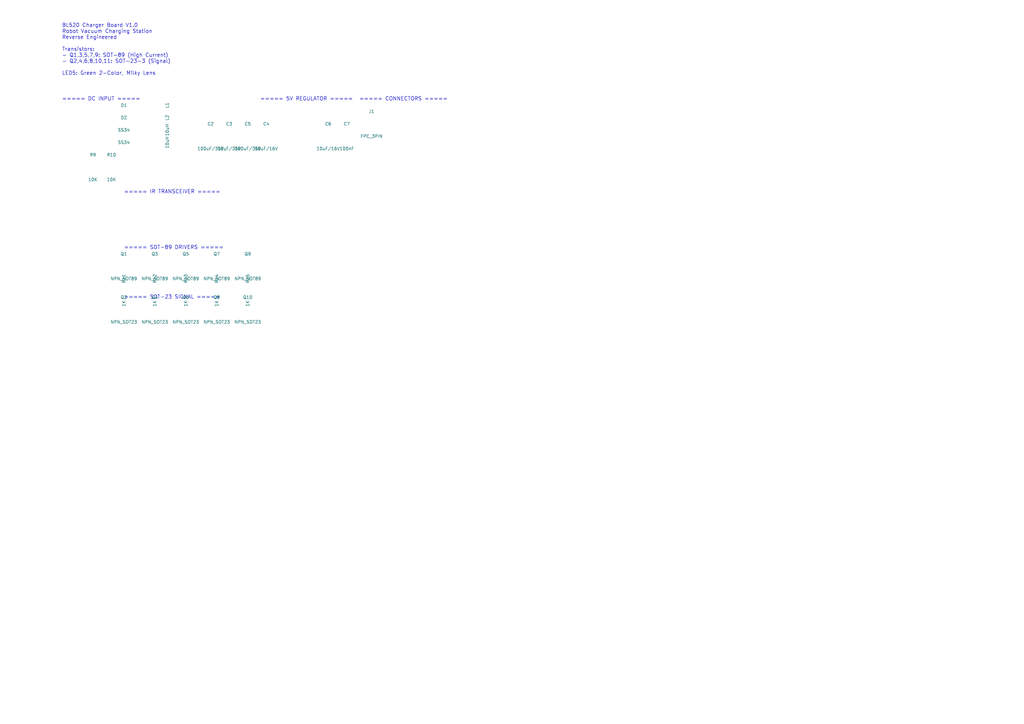
<source format=kicad_sch>
(kicad_sch
	(version 20231120)
	(generator "BL520_kicad_generator.py")
	(generator_version "1.0")
	(uuid "02c44811-ca1c-4ee7-8c9b-9f05f4bdf997")
	(paper "A3")
	(title_block
		(title "BL520 Charger Board V1.0")
		(date "2026-02-03")
		(rev "1.2")
		(company "Robot Vacuum Charging Station")
		(comment 1 "Reverse Engineered Schematic")
		(comment 2 "TR: SOT-89 (High Current) / SOT-23-3 (Signal)")
		(comment 3 "LED5: Green 2-Color Milky")
	)

	(text "BL520 Charger Board V1.0\nRobot Vacuum Charging Station\nReverse Engineered\n\nTransistors:\n- Q1,3,5,7,9: SOT-89 (High Current)\n- Q2,4,6,8,10,11: SOT-23-3 (Signal)\n\nLED5: Green 2-Color, Milky Lens"
		(exclude_from_sim no)
		(at 25.4 20.32 0)
		(effects (font (size 1.524 1.524)) (justify left))
	)

	(text "===== DC INPUT ====="
		(exclude_from_sim no)
		(at 25.4 40.64 0)
		(effects (font (size 1.524 1.524)) (justify left))
	)

	(text "===== 5V REGULATOR ====="
		(exclude_from_sim no)
		(at 106.68 40.64 0)
		(effects (font (size 1.524 1.524)) (justify left))
	)

	(text "===== IR TRANSCEIVER ====="
		(exclude_from_sim no)
		(at 50.8 78.74 0)
		(effects (font (size 1.524 1.524)) (justify left))
	)

	(text "===== SOT-89 DRIVERS ====="
		(exclude_from_sim no)
		(at 50.8 101.6 0)
		(effects (font (size 1.524 1.524)) (justify left))
	)

	(text "===== SOT-23 SIGNAL ====="
		(exclude_from_sim no)
		(at 50.8 121.92 0)
		(effects (font (size 1.524 1.524)) (justify left))
	)

	(text "===== CONNECTORS ====="
		(exclude_from_sim no)
		(at 147.32 40.64 0)
		(effects (font (size 1.524 1.524)) (justify left))
	)

	(symbol
		(lib_id "Connector:Barrel_Jack")
		(at 25.4 50.8 0)
		(unit 1)
		(exclude_from_sim no)
		(in_bom yes)
		(on_board yes)
		(dnp no)
		(uuid "b413bb3d-1795-435b-8cb5-050c1714067a")
		(property "Reference" "DC1" (at 25.4 45.72 0) (effects (font (size 1.27 1.27))))
		(property "Value" "DC_JACK" (at 25.4 55.879999999999995 0) (effects (font (size 1.27 1.27))))
		(property "Footprint" "Connector_BarrelJack:BarrelJack" (at 25.4 50.8 0) (effects (font (size 1.27 1.27)) hide))
		(property "Datasheet" "" (at 25.4 50.8 0) (effects (font (size 1.27 1.27)) hide))
		(instances
			(project "BL520_Charger"
				(path "/02c44811-ca1c-4ee7-8c9b-9f05f4bdf997" (reference "DC1") (unit 1))
			)
		)
	)

	(symbol
		(lib_id "Device:D_Schottky")
		(at 50.8 48.26 0)
		(unit 1)
		(exclude_from_sim no)
		(in_bom yes)
		(on_board yes)
		(dnp no)
		(uuid "a1758f3c-1073-4d3e-9a6e-39d8e91220d7")
		(property "Reference" "D1" (at 50.8 43.18 0) (effects (font (size 1.27 1.27))))
		(property "Value" "SS34" (at 50.8 53.339999999999996 0) (effects (font (size 1.27 1.27))))
		(property "Footprint" "Diode_SMD:D_SMA" (at 50.8 48.26 0) (effects (font (size 1.27 1.27)) hide))
		(property "Datasheet" "" (at 50.8 48.26 0) (effects (font (size 1.27 1.27)) hide))
		(instances
			(project "BL520_Charger"
				(path "/02c44811-ca1c-4ee7-8c9b-9f05f4bdf997" (reference "D1") (unit 1))
			)
		)
	)

	(symbol
		(lib_id "Device:D_Schottky")
		(at 50.8 53.34 0)
		(unit 1)
		(exclude_from_sim no)
		(in_bom yes)
		(on_board yes)
		(dnp no)
		(uuid "cc6d5474-3482-4dbb-8717-7047aa718d15")
		(property "Reference" "D2" (at 50.8 48.260000000000005 0) (effects (font (size 1.27 1.27))))
		(property "Value" "SS34" (at 50.8 58.42 0) (effects (font (size 1.27 1.27))))
		(property "Footprint" "Diode_SMD:D_SMA" (at 50.8 53.34 0) (effects (font (size 1.27 1.27)) hide))
		(property "Datasheet" "" (at 50.8 53.34 0) (effects (font (size 1.27 1.27)) hide))
		(instances
			(project "BL520_Charger"
				(path "/02c44811-ca1c-4ee7-8c9b-9f05f4bdf997" (reference "D2") (unit 1))
			)
		)
	)

	(symbol
		(lib_id "Device:L")
		(at 68.58 48.26 90)
		(unit 1)
		(exclude_from_sim no)
		(in_bom yes)
		(on_board yes)
		(dnp no)
		(uuid "914fb16d-994b-4ebd-81f0-9f849c7024b0")
		(property "Reference" "L1" (at 68.58 43.18 0) (effects (font (size 1.27 1.27))))
		(property "Value" "10uH" (at 68.58 53.339999999999996 0) (effects (font (size 1.27 1.27))))
		(property "Footprint" "Inductor_SMD:L_1206_3216Metric" (at 68.58 48.26 0) (effects (font (size 1.27 1.27)) hide))
		(property "Datasheet" "" (at 68.58 48.26 0) (effects (font (size 1.27 1.27)) hide))
		(instances
			(project "BL520_Charger"
				(path "/02c44811-ca1c-4ee7-8c9b-9f05f4bdf997" (reference "L1") (unit 1))
			)
		)
	)

	(symbol
		(lib_id "Device:L")
		(at 68.58 53.34 90)
		(unit 1)
		(exclude_from_sim no)
		(in_bom yes)
		(on_board yes)
		(dnp no)
		(uuid "04c45e03-0746-489f-897b-8095d22d3bb8")
		(property "Reference" "L2" (at 68.58 48.260000000000005 0) (effects (font (size 1.27 1.27))))
		(property "Value" "10uH" (at 68.58 58.42 0) (effects (font (size 1.27 1.27))))
		(property "Footprint" "Inductor_SMD:L_1206_3216Metric" (at 68.58 53.34 0) (effects (font (size 1.27 1.27)) hide))
		(property "Datasheet" "" (at 68.58 53.34 0) (effects (font (size 1.27 1.27)) hide))
		(instances
			(project "BL520_Charger"
				(path "/02c44811-ca1c-4ee7-8c9b-9f05f4bdf997" (reference "L2") (unit 1))
			)
		)
	)

	(symbol
		(lib_id "Device:L")
		(at 25.4 68.58 0)
		(unit 1)
		(exclude_from_sim no)
		(in_bom yes)
		(on_board yes)
		(dnp no)
		(uuid "d286eabc-2b66-4a54-ab69-61898aedc79d")
		(property "Reference" "L3" (at 25.4 63.5 0) (effects (font (size 1.27 1.27))))
		(property "Value" "CMC" (at 25.4 73.66 0) (effects (font (size 1.27 1.27))))
		(property "Footprint" "Inductor_THT:L_Toroid_Horizontal" (at 25.4 68.58 0) (effects (font (size 1.27 1.27)) hide))
		(property "Datasheet" "" (at 25.4 68.58 0) (effects (font (size 1.27 1.27)) hide))
		(instances
			(project "BL520_Charger"
				(path "/02c44811-ca1c-4ee7-8c9b-9f05f4bdf997" (reference "L3") (unit 1))
			)
		)
	)

	(symbol
		(lib_id "Device:R")
		(at 38.1 68.58 0)
		(unit 1)
		(exclude_from_sim no)
		(in_bom yes)
		(on_board yes)
		(dnp no)
		(uuid "25276321-2f54-4fab-a780-15388a0cdee8")
		(property "Reference" "R9" (at 38.1 63.5 0) (effects (font (size 1.27 1.27))))
		(property "Value" "10K" (at 38.1 73.66 0) (effects (font (size 1.27 1.27))))
		(property "Footprint" "Resistor_SMD:R_1206_3216Metric" (at 38.1 68.58 0) (effects (font (size 1.27 1.27)) hide))
		(property "Datasheet" "" (at 38.1 68.58 0) (effects (font (size 1.27 1.27)) hide))
		(instances
			(project "BL520_Charger"
				(path "/02c44811-ca1c-4ee7-8c9b-9f05f4bdf997" (reference "R9") (unit 1))
			)
		)
	)

	(symbol
		(lib_id "Device:R")
		(at 45.72 68.58 0)
		(unit 1)
		(exclude_from_sim no)
		(in_bom yes)
		(on_board yes)
		(dnp no)
		(uuid "32475182-7ec9-4290-bfb0-bebd3750e07f")
		(property "Reference" "R10" (at 45.72 63.5 0) (effects (font (size 1.27 1.27))))
		(property "Value" "10K" (at 45.72 73.66 0) (effects (font (size 1.27 1.27))))
		(property "Footprint" "Resistor_SMD:R_1206_3216Metric" (at 45.72 68.58 0) (effects (font (size 1.27 1.27)) hide))
		(property "Datasheet" "" (at 45.72 68.58 0) (effects (font (size 1.27 1.27)) hide))
		(instances
			(project "BL520_Charger"
				(path "/02c44811-ca1c-4ee7-8c9b-9f05f4bdf997" (reference "R10") (unit 1))
			)
		)
	)

	(symbol
		(lib_id "Device:CP")
		(at 86.36 55.88 0)
		(unit 1)
		(exclude_from_sim no)
		(in_bom yes)
		(on_board yes)
		(dnp no)
		(uuid "73f46eec-13d6-42ad-be7e-273fc2f1b73b")
		(property "Reference" "C2" (at 86.36 50.800000000000004 0) (effects (font (size 1.27 1.27))))
		(property "Value" "100uF/35V" (at 86.36 60.96 0) (effects (font (size 1.27 1.27))))
		(property "Footprint" "Capacitor_THT:CP_Radial_D6.3mm_P2.50mm" (at 86.36 55.88 0) (effects (font (size 1.27 1.27)) hide))
		(property "Datasheet" "" (at 86.36 55.88 0) (effects (font (size 1.27 1.27)) hide))
		(instances
			(project "BL520_Charger"
				(path "/02c44811-ca1c-4ee7-8c9b-9f05f4bdf997" (reference "C2") (unit 1))
			)
		)
	)

	(symbol
		(lib_id "Device:CP")
		(at 93.98 55.88 0)
		(unit 1)
		(exclude_from_sim no)
		(in_bom yes)
		(on_board yes)
		(dnp no)
		(uuid "a1192f9b-a501-43ea-b7a2-ee6086243a01")
		(property "Reference" "C3" (at 93.98 50.800000000000004 0) (effects (font (size 1.27 1.27))))
		(property "Value" "10uF/35V" (at 93.98 60.96 0) (effects (font (size 1.27 1.27))))
		(property "Footprint" "Capacitor_THT:CP_Radial_D5.0mm_P2.00mm" (at 93.98 55.88 0) (effects (font (size 1.27 1.27)) hide))
		(property "Datasheet" "" (at 93.98 55.88 0) (effects (font (size 1.27 1.27)) hide))
		(instances
			(project "BL520_Charger"
				(path "/02c44811-ca1c-4ee7-8c9b-9f05f4bdf997" (reference "C3") (unit 1))
			)
		)
	)

	(symbol
		(lib_id "Device:CP")
		(at 101.6 55.88 0)
		(unit 1)
		(exclude_from_sim no)
		(in_bom yes)
		(on_board yes)
		(dnp no)
		(uuid "9ce004e3-d783-4f0e-bf99-6530f82d5e4a")
		(property "Reference" "C5" (at 101.6 50.800000000000004 0) (effects (font (size 1.27 1.27))))
		(property "Value" "100uF/35V" (at 101.6 60.96 0) (effects (font (size 1.27 1.27))))
		(property "Footprint" "Capacitor_THT:CP_Radial_D6.3mm_P2.50mm" (at 101.6 55.88 0) (effects (font (size 1.27 1.27)) hide))
		(property "Datasheet" "" (at 101.6 55.88 0) (effects (font (size 1.27 1.27)) hide))
		(instances
			(project "BL520_Charger"
				(path "/02c44811-ca1c-4ee7-8c9b-9f05f4bdf997" (reference "C5") (unit 1))
			)
		)
	)

	(symbol
		(lib_id "Regulator_Linear:AMS1117-5.0")
		(at 121.92 50.8 0)
		(unit 1)
		(exclude_from_sim no)
		(in_bom yes)
		(on_board yes)
		(dnp no)
		(uuid "fc9523ba-a06b-43ae-8ff1-54144f4a6c00")
		(property "Reference" "U1" (at 121.92 45.72 0) (effects (font (size 1.27 1.27))))
		(property "Value" "AMS1117-5.0" (at 121.92 55.879999999999995 0) (effects (font (size 1.27 1.27))))
		(property "Footprint" "Package_TO_SOT_SMD:SOT-223-3_TabPin2" (at 121.92 50.8 0) (effects (font (size 1.27 1.27)) hide))
		(property "Datasheet" "" (at 121.92 50.8 0) (effects (font (size 1.27 1.27)) hide))
		(instances
			(project "BL520_Charger"
				(path "/02c44811-ca1c-4ee7-8c9b-9f05f4bdf997" (reference "U1") (unit 1))
			)
		)
	)

	(symbol
		(lib_id "Device:CP")
		(at 109.22 55.88 0)
		(unit 1)
		(exclude_from_sim no)
		(in_bom yes)
		(on_board yes)
		(dnp no)
		(uuid "cbcf83e1-ab9b-4c92-85af-796d0d252f3d")
		(property "Reference" "C4" (at 109.22 50.800000000000004 0) (effects (font (size 1.27 1.27))))
		(property "Value" "10uF/16V" (at 109.22 60.96 0) (effects (font (size 1.27 1.27))))
		(property "Footprint" "Capacitor_THT:CP_Radial_D5.0mm_P2.00mm" (at 109.22 55.88 0) (effects (font (size 1.27 1.27)) hide))
		(property "Datasheet" "" (at 109.22 55.88 0) (effects (font (size 1.27 1.27)) hide))
		(instances
			(project "BL520_Charger"
				(path "/02c44811-ca1c-4ee7-8c9b-9f05f4bdf997" (reference "C4") (unit 1))
			)
		)
	)

	(symbol
		(lib_id "Device:CP")
		(at 134.62 55.88 0)
		(unit 1)
		(exclude_from_sim no)
		(in_bom yes)
		(on_board yes)
		(dnp no)
		(uuid "1e1c0105-7c3c-4ce6-9dbe-d2864ce5cd39")
		(property "Reference" "C6" (at 134.62 50.800000000000004 0) (effects (font (size 1.27 1.27))))
		(property "Value" "10uF/16V" (at 134.62 60.96 0) (effects (font (size 1.27 1.27))))
		(property "Footprint" "Capacitor_THT:CP_Radial_D5.0mm_P2.00mm" (at 134.62 55.88 0) (effects (font (size 1.27 1.27)) hide))
		(property "Datasheet" "" (at 134.62 55.88 0) (effects (font (size 1.27 1.27)) hide))
		(instances
			(project "BL520_Charger"
				(path "/02c44811-ca1c-4ee7-8c9b-9f05f4bdf997" (reference "C6") (unit 1))
			)
		)
	)

	(symbol
		(lib_id "Device:C")
		(at 142.24 55.88 0)
		(unit 1)
		(exclude_from_sim no)
		(in_bom yes)
		(on_board yes)
		(dnp no)
		(uuid "f41292c3-ce36-471e-9447-447f2cc63bce")
		(property "Reference" "C7" (at 142.24 50.800000000000004 0) (effects (font (size 1.27 1.27))))
		(property "Value" "100nF" (at 142.24 60.96 0) (effects (font (size 1.27 1.27))))
		(property "Footprint" "Capacitor_SMD:C_0805_2012Metric" (at 142.24 55.88 0) (effects (font (size 1.27 1.27)) hide))
		(property "Datasheet" "" (at 142.24 55.88 0) (effects (font (size 1.27 1.27)) hide))
		(instances
			(project "BL520_Charger"
				(path "/02c44811-ca1c-4ee7-8c9b-9f05f4bdf997" (reference "C7") (unit 1))
			)
		)
	)

	(symbol
		(lib_id "Device:LED")
		(at 50.8 88.9 270)
		(unit 1)
		(exclude_from_sim no)
		(in_bom yes)
		(on_board yes)
		(dnp no)
		(uuid "a1592e6a-782c-4199-bca1-749e87842d69")
		(property "Reference" "LED1" (at 50.8 83.82000000000001 0) (effects (font (size 1.27 1.27))))
		(property "Value" "IR_RX" (at 50.8 93.98 0) (effects (font (size 1.27 1.27))))
		(property "Footprint" "LED_THT:LED_D5.0mm" (at 50.8 88.9 0) (effects (font (size 1.27 1.27)) hide))
		(property "Datasheet" "" (at 50.8 88.9 0) (effects (font (size 1.27 1.27)) hide))
		(instances
			(project "BL520_Charger"
				(path "/02c44811-ca1c-4ee7-8c9b-9f05f4bdf997" (reference "LED1") (unit 1))
			)
		)
	)

	(symbol
		(lib_id "Device:LED")
		(at 63.5 88.9 270)
		(unit 1)
		(exclude_from_sim no)
		(in_bom yes)
		(on_board yes)
		(dnp no)
		(uuid "9f4bf39a-94e1-48c6-945f-81273ea2b94f")
		(property "Reference" "LED2" (at 63.5 83.82000000000001 0) (effects (font (size 1.27 1.27))))
		(property "Value" "IR_TX_940nm" (at 63.5 93.98 0) (effects (font (size 1.27 1.27))))
		(property "Footprint" "LED_THT:LED_D5.0mm" (at 63.5 88.9 0) (effects (font (size 1.27 1.27)) hide))
		(property "Datasheet" "" (at 63.5 88.9 0) (effects (font (size 1.27 1.27)) hide))
		(instances
			(project "BL520_Charger"
				(path "/02c44811-ca1c-4ee7-8c9b-9f05f4bdf997" (reference "LED2") (unit 1))
			)
		)
	)

	(symbol
		(lib_id "Device:LED")
		(at 76.2 88.9 270)
		(unit 1)
		(exclude_from_sim no)
		(in_bom yes)
		(on_board yes)
		(dnp no)
		(uuid "be160daf-ca17-444f-a9d8-d814713733f8")
		(property "Reference" "LED3" (at 76.2 83.82000000000001 0) (effects (font (size 1.27 1.27))))
		(property "Value" "IR_RX" (at 76.2 93.98 0) (effects (font (size 1.27 1.27))))
		(property "Footprint" "LED_THT:LED_D5.0mm" (at 76.2 88.9 0) (effects (font (size 1.27 1.27)) hide))
		(property "Datasheet" "" (at 76.2 88.9 0) (effects (font (size 1.27 1.27)) hide))
		(instances
			(project "BL520_Charger"
				(path "/02c44811-ca1c-4ee7-8c9b-9f05f4bdf997" (reference "LED3") (unit 1))
			)
		)
	)

	(symbol
		(lib_id "Device:LED")
		(at 88.9 88.9 270)
		(unit 1)
		(exclude_from_sim no)
		(in_bom yes)
		(on_board yes)
		(dnp no)
		(uuid "b60a2495-2097-4b0c-ab05-96409f7ad2f3")
		(property "Reference" "LED4" (at 88.9 83.82000000000001 0) (effects (font (size 1.27 1.27))))
		(property "Value" "IR_TX_940nm" (at 88.9 93.98 0) (effects (font (size 1.27 1.27))))
		(property "Footprint" "LED_THT:LED_D5.0mm" (at 88.9 88.9 0) (effects (font (size 1.27 1.27)) hide))
		(property "Datasheet" "" (at 88.9 88.9 0) (effects (font (size 1.27 1.27)) hide))
		(instances
			(project "BL520_Charger"
				(path "/02c44811-ca1c-4ee7-8c9b-9f05f4bdf997" (reference "LED4") (unit 1))
			)
		)
	)

	(symbol
		(lib_id "Device:LED_Dual_AACC")
		(at 104.14 88.9 0)
		(unit 1)
		(exclude_from_sim no)
		(in_bom yes)
		(on_board yes)
		(dnp no)
		(uuid "63eee791-0992-408a-8636-7cb60212c689")
		(property "Reference" "LED5" (at 104.14 83.82000000000001 0) (effects (font (size 1.27 1.27))))
		(property "Value" "GREEN_2C_MILKY" (at 104.14 93.98 0) (effects (font (size 1.27 1.27))))
		(property "Footprint" "LED_THT:LED_D5.0mm-3" (at 104.14 88.9 0) (effects (font (size 1.27 1.27)) hide))
		(property "Datasheet" "" (at 104.14 88.9 0) (effects (font (size 1.27 1.27)) hide))
		(instances
			(project "BL520_Charger"
				(path "/02c44811-ca1c-4ee7-8c9b-9f05f4bdf997" (reference "LED5") (unit 1))
			)
		)
	)

	(symbol
		(lib_id "Transistor_BJT:BCX56")
		(at 50.8 109.22 0)
		(unit 1)
		(exclude_from_sim no)
		(in_bom yes)
		(on_board yes)
		(dnp no)
		(uuid "2f580b5a-c38a-49ec-a654-f96107611535")
		(property "Reference" "Q1" (at 50.8 104.14 0) (effects (font (size 1.27 1.27))))
		(property "Value" "NPN_SOT89" (at 50.8 114.3 0) (effects (font (size 1.27 1.27))))
		(property "Footprint" "Package_TO_SOT_SMD:SOT-89-3" (at 50.8 109.22 0) (effects (font (size 1.27 1.27)) hide))
		(property "Datasheet" "" (at 50.8 109.22 0) (effects (font (size 1.27 1.27)) hide))
		(instances
			(project "BL520_Charger"
				(path "/02c44811-ca1c-4ee7-8c9b-9f05f4bdf997" (reference "Q1") (unit 1))
			)
		)
	)

	(symbol
		(lib_id "Transistor_BJT:BCX56")
		(at 63.5 109.22 0)
		(unit 1)
		(exclude_from_sim no)
		(in_bom yes)
		(on_board yes)
		(dnp no)
		(uuid "eb01e5fe-0564-4d74-bf2f-e38596a86857")
		(property "Reference" "Q3" (at 63.5 104.14 0) (effects (font (size 1.27 1.27))))
		(property "Value" "NPN_SOT89" (at 63.5 114.3 0) (effects (font (size 1.27 1.27))))
		(property "Footprint" "Package_TO_SOT_SMD:SOT-89-3" (at 63.5 109.22 0) (effects (font (size 1.27 1.27)) hide))
		(property "Datasheet" "" (at 63.5 109.22 0) (effects (font (size 1.27 1.27)) hide))
		(instances
			(project "BL520_Charger"
				(path "/02c44811-ca1c-4ee7-8c9b-9f05f4bdf997" (reference "Q3") (unit 1))
			)
		)
	)

	(symbol
		(lib_id "Transistor_BJT:BCX56")
		(at 76.2 109.22 0)
		(unit 1)
		(exclude_from_sim no)
		(in_bom yes)
		(on_board yes)
		(dnp no)
		(uuid "fe63306b-2bb8-4e31-ba85-9961cc5a27b3")
		(property "Reference" "Q5" (at 76.2 104.14 0) (effects (font (size 1.27 1.27))))
		(property "Value" "NPN_SOT89" (at 76.2 114.3 0) (effects (font (size 1.27 1.27))))
		(property "Footprint" "Package_TO_SOT_SMD:SOT-89-3" (at 76.2 109.22 0) (effects (font (size 1.27 1.27)) hide))
		(property "Datasheet" "" (at 76.2 109.22 0) (effects (font (size 1.27 1.27)) hide))
		(instances
			(project "BL520_Charger"
				(path "/02c44811-ca1c-4ee7-8c9b-9f05f4bdf997" (reference "Q5") (unit 1))
			)
		)
	)

	(symbol
		(lib_id "Transistor_BJT:BCX56")
		(at 88.9 109.22 0)
		(unit 1)
		(exclude_from_sim no)
		(in_bom yes)
		(on_board yes)
		(dnp no)
		(uuid "ce26a0e9-f9f3-487b-87e6-bd463090b67e")
		(property "Reference" "Q7" (at 88.9 104.14 0) (effects (font (size 1.27 1.27))))
		(property "Value" "NPN_SOT89" (at 88.9 114.3 0) (effects (font (size 1.27 1.27))))
		(property "Footprint" "Package_TO_SOT_SMD:SOT-89-3" (at 88.9 109.22 0) (effects (font (size 1.27 1.27)) hide))
		(property "Datasheet" "" (at 88.9 109.22 0) (effects (font (size 1.27 1.27)) hide))
		(instances
			(project "BL520_Charger"
				(path "/02c44811-ca1c-4ee7-8c9b-9f05f4bdf997" (reference "Q7") (unit 1))
			)
		)
	)

	(symbol
		(lib_id "Transistor_BJT:BCX56")
		(at 101.6 109.22 0)
		(unit 1)
		(exclude_from_sim no)
		(in_bom yes)
		(on_board yes)
		(dnp no)
		(uuid "9b5ae486-fb65-4284-b299-3004f4a9ba79")
		(property "Reference" "Q9" (at 101.6 104.14 0) (effects (font (size 1.27 1.27))))
		(property "Value" "NPN_SOT89" (at 101.6 114.3 0) (effects (font (size 1.27 1.27))))
		(property "Footprint" "Package_TO_SOT_SMD:SOT-89-3" (at 101.6 109.22 0) (effects (font (size 1.27 1.27)) hide))
		(property "Datasheet" "" (at 101.6 109.22 0) (effects (font (size 1.27 1.27)) hide))
		(instances
			(project "BL520_Charger"
				(path "/02c44811-ca1c-4ee7-8c9b-9f05f4bdf997" (reference "Q9") (unit 1))
			)
		)
	)

	(symbol
		(lib_id "Transistor_BJT:BC817")
		(at 50.8 127 0)
		(unit 1)
		(exclude_from_sim no)
		(in_bom yes)
		(on_board yes)
		(dnp no)
		(uuid "186af3a6-f313-46bc-8fc8-ad75d5d2d3a6")
		(property "Reference" "Q2" (at 50.8 121.92 0) (effects (font (size 1.27 1.27))))
		(property "Value" "NPN_SOT23" (at 50.8 132.08 0) (effects (font (size 1.27 1.27))))
		(property "Footprint" "Package_TO_SOT_SMD:SOT-23" (at 50.8 127 0) (effects (font (size 1.27 1.27)) hide))
		(property "Datasheet" "" (at 50.8 127 0) (effects (font (size 1.27 1.27)) hide))
		(instances
			(project "BL520_Charger"
				(path "/02c44811-ca1c-4ee7-8c9b-9f05f4bdf997" (reference "Q2") (unit 1))
			)
		)
	)

	(symbol
		(lib_id "Transistor_BJT:BC817")
		(at 63.5 127 0)
		(unit 1)
		(exclude_from_sim no)
		(in_bom yes)
		(on_board yes)
		(dnp no)
		(uuid "87d33da1-4941-4549-ba21-ae8f12ba8914")
		(property "Reference" "Q4" (at 63.5 121.92 0) (effects (font (size 1.27 1.27))))
		(property "Value" "NPN_SOT23" (at 63.5 132.08 0) (effects (font (size 1.27 1.27))))
		(property "Footprint" "Package_TO_SOT_SMD:SOT-23" (at 63.5 127 0) (effects (font (size 1.27 1.27)) hide))
		(property "Datasheet" "" (at 63.5 127 0) (effects (font (size 1.27 1.27)) hide))
		(instances
			(project "BL520_Charger"
				(path "/02c44811-ca1c-4ee7-8c9b-9f05f4bdf997" (reference "Q4") (unit 1))
			)
		)
	)

	(symbol
		(lib_id "Transistor_BJT:BC817")
		(at 76.2 127 0)
		(unit 1)
		(exclude_from_sim no)
		(in_bom yes)
		(on_board yes)
		(dnp no)
		(uuid "e70522bc-2c4b-4540-a10d-b985d4a9e4db")
		(property "Reference" "Q6" (at 76.2 121.92 0) (effects (font (size 1.27 1.27))))
		(property "Value" "NPN_SOT23" (at 76.2 132.08 0) (effects (font (size 1.27 1.27))))
		(property "Footprint" "Package_TO_SOT_SMD:SOT-23" (at 76.2 127 0) (effects (font (size 1.27 1.27)) hide))
		(property "Datasheet" "" (at 76.2 127 0) (effects (font (size 1.27 1.27)) hide))
		(instances
			(project "BL520_Charger"
				(path "/02c44811-ca1c-4ee7-8c9b-9f05f4bdf997" (reference "Q6") (unit 1))
			)
		)
	)

	(symbol
		(lib_id "Transistor_BJT:BC817")
		(at 88.9 127 0)
		(unit 1)
		(exclude_from_sim no)
		(in_bom yes)
		(on_board yes)
		(dnp no)
		(uuid "8a50ae21-1934-4413-a18f-e78d8037fe49")
		(property "Reference" "Q8" (at 88.9 121.92 0) (effects (font (size 1.27 1.27))))
		(property "Value" "NPN_SOT23" (at 88.9 132.08 0) (effects (font (size 1.27 1.27))))
		(property "Footprint" "Package_TO_SOT_SMD:SOT-23" (at 88.9 127 0) (effects (font (size 1.27 1.27)) hide))
		(property "Datasheet" "" (at 88.9 127 0) (effects (font (size 1.27 1.27)) hide))
		(instances
			(project "BL520_Charger"
				(path "/02c44811-ca1c-4ee7-8c9b-9f05f4bdf997" (reference "Q8") (unit 1))
			)
		)
	)

	(symbol
		(lib_id "Transistor_BJT:BC817")
		(at 101.6 127 0)
		(unit 1)
		(exclude_from_sim no)
		(in_bom yes)
		(on_board yes)
		(dnp no)
		(uuid "6810aedf-bb85-4d2b-9809-c5d5d60641f4")
		(property "Reference" "Q10" (at 101.6 121.92 0) (effects (font (size 1.27 1.27))))
		(property "Value" "NPN_SOT23" (at 101.6 132.08 0) (effects (font (size 1.27 1.27))))
		(property "Footprint" "Package_TO_SOT_SMD:SOT-23" (at 101.6 127 0) (effects (font (size 1.27 1.27)) hide))
		(property "Datasheet" "" (at 101.6 127 0) (effects (font (size 1.27 1.27)) hide))
		(instances
			(project "BL520_Charger"
				(path "/02c44811-ca1c-4ee7-8c9b-9f05f4bdf997" (reference "Q10") (unit 1))
			)
		)
	)

	(symbol
		(lib_id "Transistor_BJT:BC817")
		(at 114.3 127 0)
		(unit 1)
		(exclude_from_sim no)
		(in_bom yes)
		(on_board yes)
		(dnp no)
		(uuid "7f6ec5c7-2d22-4281-af96-d6efe5ee9d18")
		(property "Reference" "Q11" (at 114.3 121.92 0) (effects (font (size 1.27 1.27))))
		(property "Value" "NPN_SOT23" (at 114.3 132.08 0) (effects (font (size 1.27 1.27))))
		(property "Footprint" "Package_TO_SOT_SMD:SOT-23" (at 114.3 127 0) (effects (font (size 1.27 1.27)) hide))
		(property "Datasheet" "" (at 114.3 127 0) (effects (font (size 1.27 1.27)) hide))
		(instances
			(project "BL520_Charger"
				(path "/02c44811-ca1c-4ee7-8c9b-9f05f4bdf997" (reference "Q11") (unit 1))
			)
		)
	)

	(symbol
		(lib_id "Device:R")
		(at 50.8 119.38 90)
		(unit 1)
		(exclude_from_sim no)
		(in_bom yes)
		(on_board yes)
		(dnp no)
		(uuid "e1802a12-161f-43f4-82db-0bf2867c46ed")
		(property "Reference" "R11" (at 50.8 114.3 0) (effects (font (size 1.27 1.27))))
		(property "Value" "1K" (at 50.8 124.46 0) (effects (font (size 1.27 1.27))))
		(property "Footprint" "Resistor_SMD:R_0603_1608Metric" (at 50.8 119.38 0) (effects (font (size 1.27 1.27)) hide))
		(property "Datasheet" "" (at 50.8 119.38 0) (effects (font (size 1.27 1.27)) hide))
		(instances
			(project "BL520_Charger"
				(path "/02c44811-ca1c-4ee7-8c9b-9f05f4bdf997" (reference "R11") (unit 1))
			)
		)
	)

	(symbol
		(lib_id "Device:R")
		(at 63.5 119.38 90)
		(unit 1)
		(exclude_from_sim no)
		(in_bom yes)
		(on_board yes)
		(dnp no)
		(uuid "986abbfa-e630-40f5-a423-4a3a915013ad")
		(property "Reference" "R12" (at 63.5 114.3 0) (effects (font (size 1.27 1.27))))
		(property "Value" "1K" (at 63.5 124.46 0) (effects (font (size 1.27 1.27))))
		(property "Footprint" "Resistor_SMD:R_0603_1608Metric" (at 63.5 119.38 0) (effects (font (size 1.27 1.27)) hide))
		(property "Datasheet" "" (at 63.5 119.38 0) (effects (font (size 1.27 1.27)) hide))
		(instances
			(project "BL520_Charger"
				(path "/02c44811-ca1c-4ee7-8c9b-9f05f4bdf997" (reference "R12") (unit 1))
			)
		)
	)

	(symbol
		(lib_id "Device:R")
		(at 76.2 119.38 90)
		(unit 1)
		(exclude_from_sim no)
		(in_bom yes)
		(on_board yes)
		(dnp no)
		(uuid "a27c0e40-745c-49c8-acfd-11b78a43a189")
		(property "Reference" "R13" (at 76.2 114.3 0) (effects (font (size 1.27 1.27))))
		(property "Value" "1K" (at 76.2 124.46 0) (effects (font (size 1.27 1.27))))
		(property "Footprint" "Resistor_SMD:R_0603_1608Metric" (at 76.2 119.38 0) (effects (font (size 1.27 1.27)) hide))
		(property "Datasheet" "" (at 76.2 119.38 0) (effects (font (size 1.27 1.27)) hide))
		(instances
			(project "BL520_Charger"
				(path "/02c44811-ca1c-4ee7-8c9b-9f05f4bdf997" (reference "R13") (unit 1))
			)
		)
	)

	(symbol
		(lib_id "Device:R")
		(at 88.9 119.38 90)
		(unit 1)
		(exclude_from_sim no)
		(in_bom yes)
		(on_board yes)
		(dnp no)
		(uuid "5b104044-bbf7-4f69-ab83-41b5dec626a9")
		(property "Reference" "R14" (at 88.9 114.3 0) (effects (font (size 1.27 1.27))))
		(property "Value" "1K" (at 88.9 124.46 0) (effects (font (size 1.27 1.27))))
		(property "Footprint" "Resistor_SMD:R_0603_1608Metric" (at 88.9 119.38 0) (effects (font (size 1.27 1.27)) hide))
		(property "Datasheet" "" (at 88.9 119.38 0) (effects (font (size 1.27 1.27)) hide))
		(instances
			(project "BL520_Charger"
				(path "/02c44811-ca1c-4ee7-8c9b-9f05f4bdf997" (reference "R14") (unit 1))
			)
		)
	)

	(symbol
		(lib_id "Device:R")
		(at 101.6 119.38 90)
		(unit 1)
		(exclude_from_sim no)
		(in_bom yes)
		(on_board yes)
		(dnp no)
		(uuid "5b9009e5-d8f1-4bc9-8cf4-bfb5219c7f71")
		(property "Reference" "R15" (at 101.6 114.3 0) (effects (font (size 1.27 1.27))))
		(property "Value" "1K" (at 101.6 124.46 0) (effects (font (size 1.27 1.27))))
		(property "Footprint" "Resistor_SMD:R_0603_1608Metric" (at 101.6 119.38 0) (effects (font (size 1.27 1.27)) hide))
		(property "Datasheet" "" (at 101.6 119.38 0) (effects (font (size 1.27 1.27)) hide))
		(instances
			(project "BL520_Charger"
				(path "/02c44811-ca1c-4ee7-8c9b-9f05f4bdf997" (reference "R15") (unit 1))
			)
		)
	)

	(symbol
		(lib_id "Connector:Conn_01x03_Pin")
		(at 152.4 50.8 0)
		(unit 1)
		(exclude_from_sim no)
		(in_bom yes)
		(on_board yes)
		(dnp no)
		(uuid "4e55ff02-5c0e-47fe-b511-b9bf55ff65aa")
		(property "Reference" "J1" (at 152.4 45.72 0) (effects (font (size 1.27 1.27))))
		(property "Value" "FPC_3PIN" (at 152.4 55.879999999999995 0) (effects (font (size 1.27 1.27))))
		(property "Footprint" "Connector_PinHeader_2.54mm:PinHeader_1x03_P2.54mm_Vertical" (at 152.4 50.8 0) (effects (font (size 1.27 1.27)) hide))
		(property "Datasheet" "" (at 152.4 50.8 0) (effects (font (size 1.27 1.27)) hide))
		(instances
			(project "BL520_Charger"
				(path "/02c44811-ca1c-4ee7-8c9b-9f05f4bdf997" (reference "J1") (unit 1))
			)
		)
	)

	(symbol
		(lib_id "Connector:Conn_01x02_Pin")
		(at 165.1 50.8 0)
		(unit 1)
		(exclude_from_sim no)
		(in_bom yes)
		(on_board yes)
		(dnp no)
		(uuid "552a2ce6-d0f8-4d0e-81af-57ab98ba410e")
		(property "Reference" "CHARGE" (at 165.1 45.72 0) (effects (font (size 1.27 1.27))))
		(property "Value" "2PIN" (at 165.1 55.879999999999995 0) (effects (font (size 1.27 1.27))))
		(property "Footprint" "Connector_PinHeader_2.54mm:PinHeader_1x02_P2.54mm_Vertical" (at 165.1 50.8 0) (effects (font (size 1.27 1.27)) hide))
		(property "Datasheet" "" (at 165.1 50.8 0) (effects (font (size 1.27 1.27)) hide))
		(instances
			(project "BL520_Charger"
				(path "/02c44811-ca1c-4ee7-8c9b-9f05f4bdf997" (reference "CHARGE") (unit 1))
			)
		)
	)

)

</source>
